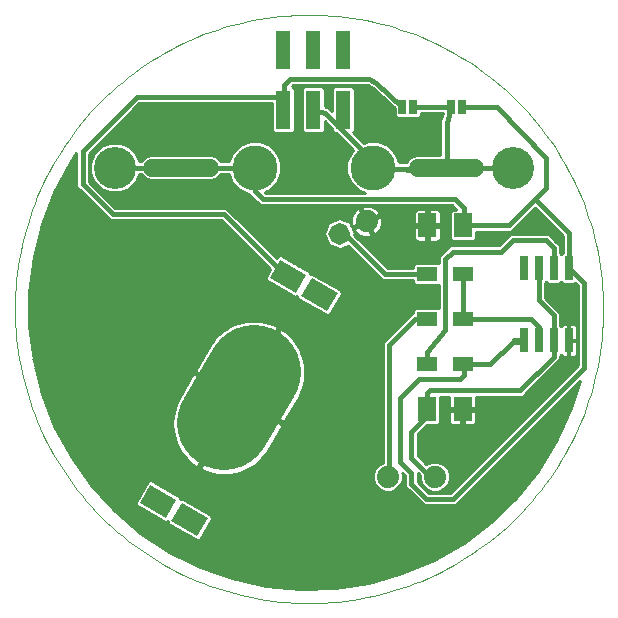
<source format=gbl>
G75*
%MOIN*%
%OFA0B0*%
%FSLAX25Y25*%
%IPPOS*%
%LPD*%
%AMOC8*
5,1,8,0,0,1.08239X$1,22.5*
%
%ADD10C,0.00197*%
%ADD11R,0.02600X0.08000*%
%ADD12C,0.07400*%
%ADD13C,0.01400*%
%ADD14R,0.07087X0.04724*%
%ADD15R,0.05906X0.07874*%
%ADD16R,0.10000X0.07000*%
%ADD17C,0.31496*%
%ADD18R,0.02500X0.05000*%
%ADD19C,0.15000*%
%ADD20C,0.14000*%
%ADD21C,0.05906*%
%ADD22C,0.01000*%
%ADD23R,0.05000X0.13000*%
%ADD24C,0.03962*%
%ADD25C,0.01600*%
D10*
X0003144Y0099925D02*
X0003174Y0102331D01*
X0003262Y0104735D01*
X0003410Y0107137D01*
X0003616Y0109534D01*
X0003881Y0111925D01*
X0004205Y0114309D01*
X0004587Y0116685D01*
X0005028Y0119050D01*
X0005526Y0121404D01*
X0006082Y0123745D01*
X0006695Y0126071D01*
X0007365Y0128382D01*
X0008092Y0130676D01*
X0008874Y0132951D01*
X0009713Y0135206D01*
X0010606Y0137440D01*
X0011554Y0139651D01*
X0012556Y0141839D01*
X0013611Y0144001D01*
X0014719Y0146136D01*
X0015880Y0148244D01*
X0017091Y0150323D01*
X0018353Y0152371D01*
X0019665Y0154388D01*
X0021026Y0156372D01*
X0022436Y0158322D01*
X0023893Y0160237D01*
X0025396Y0162115D01*
X0026945Y0163956D01*
X0028539Y0165759D01*
X0030176Y0167521D01*
X0031857Y0169243D01*
X0033579Y0170924D01*
X0035341Y0172561D01*
X0037144Y0174155D01*
X0038985Y0175704D01*
X0040863Y0177207D01*
X0042778Y0178664D01*
X0044728Y0180074D01*
X0046712Y0181435D01*
X0048729Y0182747D01*
X0050777Y0184009D01*
X0052856Y0185220D01*
X0054964Y0186381D01*
X0057099Y0187489D01*
X0059261Y0188544D01*
X0061449Y0189546D01*
X0063660Y0190494D01*
X0065894Y0191387D01*
X0068149Y0192226D01*
X0070424Y0193008D01*
X0072718Y0193735D01*
X0075029Y0194405D01*
X0077355Y0195018D01*
X0079696Y0195574D01*
X0082050Y0196072D01*
X0084415Y0196513D01*
X0086791Y0196895D01*
X0089175Y0197219D01*
X0091566Y0197484D01*
X0093963Y0197690D01*
X0096365Y0197838D01*
X0098769Y0197926D01*
X0101175Y0197956D01*
X0103581Y0197926D01*
X0105985Y0197838D01*
X0108387Y0197690D01*
X0110784Y0197484D01*
X0113175Y0197219D01*
X0115559Y0196895D01*
X0117935Y0196513D01*
X0120300Y0196072D01*
X0122654Y0195574D01*
X0124995Y0195018D01*
X0127321Y0194405D01*
X0129632Y0193735D01*
X0131926Y0193008D01*
X0134201Y0192226D01*
X0136456Y0191387D01*
X0138690Y0190494D01*
X0140901Y0189546D01*
X0143089Y0188544D01*
X0145251Y0187489D01*
X0147386Y0186381D01*
X0149494Y0185220D01*
X0151573Y0184009D01*
X0153621Y0182747D01*
X0155638Y0181435D01*
X0157622Y0180074D01*
X0159572Y0178664D01*
X0161487Y0177207D01*
X0163365Y0175704D01*
X0165206Y0174155D01*
X0167009Y0172561D01*
X0168771Y0170924D01*
X0170493Y0169243D01*
X0172174Y0167521D01*
X0173811Y0165759D01*
X0175405Y0163956D01*
X0176954Y0162115D01*
X0178457Y0160237D01*
X0179914Y0158322D01*
X0181324Y0156372D01*
X0182685Y0154388D01*
X0183997Y0152371D01*
X0185259Y0150323D01*
X0186470Y0148244D01*
X0187631Y0146136D01*
X0188739Y0144001D01*
X0189794Y0141839D01*
X0190796Y0139651D01*
X0191744Y0137440D01*
X0192637Y0135206D01*
X0193476Y0132951D01*
X0194258Y0130676D01*
X0194985Y0128382D01*
X0195655Y0126071D01*
X0196268Y0123745D01*
X0196824Y0121404D01*
X0197322Y0119050D01*
X0197763Y0116685D01*
X0198145Y0114309D01*
X0198469Y0111925D01*
X0198734Y0109534D01*
X0198940Y0107137D01*
X0199088Y0104735D01*
X0199176Y0102331D01*
X0199206Y0099925D01*
X0199176Y0097519D01*
X0199088Y0095115D01*
X0198940Y0092713D01*
X0198734Y0090316D01*
X0198469Y0087925D01*
X0198145Y0085541D01*
X0197763Y0083165D01*
X0197322Y0080800D01*
X0196824Y0078446D01*
X0196268Y0076105D01*
X0195655Y0073779D01*
X0194985Y0071468D01*
X0194258Y0069174D01*
X0193476Y0066899D01*
X0192637Y0064644D01*
X0191744Y0062410D01*
X0190796Y0060199D01*
X0189794Y0058011D01*
X0188739Y0055849D01*
X0187631Y0053714D01*
X0186470Y0051606D01*
X0185259Y0049527D01*
X0183997Y0047479D01*
X0182685Y0045462D01*
X0181324Y0043478D01*
X0179914Y0041528D01*
X0178457Y0039613D01*
X0176954Y0037735D01*
X0175405Y0035894D01*
X0173811Y0034091D01*
X0172174Y0032329D01*
X0170493Y0030607D01*
X0168771Y0028926D01*
X0167009Y0027289D01*
X0165206Y0025695D01*
X0163365Y0024146D01*
X0161487Y0022643D01*
X0159572Y0021186D01*
X0157622Y0019776D01*
X0155638Y0018415D01*
X0153621Y0017103D01*
X0151573Y0015841D01*
X0149494Y0014630D01*
X0147386Y0013469D01*
X0145251Y0012361D01*
X0143089Y0011306D01*
X0140901Y0010304D01*
X0138690Y0009356D01*
X0136456Y0008463D01*
X0134201Y0007624D01*
X0131926Y0006842D01*
X0129632Y0006115D01*
X0127321Y0005445D01*
X0124995Y0004832D01*
X0122654Y0004276D01*
X0120300Y0003778D01*
X0117935Y0003337D01*
X0115559Y0002955D01*
X0113175Y0002631D01*
X0110784Y0002366D01*
X0108387Y0002160D01*
X0105985Y0002012D01*
X0103581Y0001924D01*
X0101175Y0001894D01*
X0098769Y0001924D01*
X0096365Y0002012D01*
X0093963Y0002160D01*
X0091566Y0002366D01*
X0089175Y0002631D01*
X0086791Y0002955D01*
X0084415Y0003337D01*
X0082050Y0003778D01*
X0079696Y0004276D01*
X0077355Y0004832D01*
X0075029Y0005445D01*
X0072718Y0006115D01*
X0070424Y0006842D01*
X0068149Y0007624D01*
X0065894Y0008463D01*
X0063660Y0009356D01*
X0061449Y0010304D01*
X0059261Y0011306D01*
X0057099Y0012361D01*
X0054964Y0013469D01*
X0052856Y0014630D01*
X0050777Y0015841D01*
X0048729Y0017103D01*
X0046712Y0018415D01*
X0044728Y0019776D01*
X0042778Y0021186D01*
X0040863Y0022643D01*
X0038985Y0024146D01*
X0037144Y0025695D01*
X0035341Y0027289D01*
X0033579Y0028926D01*
X0031857Y0030607D01*
X0030176Y0032329D01*
X0028539Y0034091D01*
X0026945Y0035894D01*
X0025396Y0037735D01*
X0023893Y0039613D01*
X0022436Y0041528D01*
X0021026Y0043478D01*
X0019665Y0045462D01*
X0018353Y0047479D01*
X0017091Y0049527D01*
X0015880Y0051606D01*
X0014719Y0053714D01*
X0013611Y0055849D01*
X0012556Y0058011D01*
X0011554Y0060199D01*
X0010606Y0062410D01*
X0009713Y0064644D01*
X0008874Y0066899D01*
X0008092Y0069174D01*
X0007365Y0071468D01*
X0006695Y0073779D01*
X0006082Y0076105D01*
X0005526Y0078446D01*
X0005028Y0080800D01*
X0004587Y0083165D01*
X0004205Y0085541D01*
X0003881Y0087925D01*
X0003616Y0090316D01*
X0003410Y0092713D01*
X0003262Y0095115D01*
X0003174Y0097519D01*
X0003144Y0099925D01*
D11*
X0172750Y0089400D03*
X0177750Y0089400D03*
X0182750Y0089400D03*
X0187750Y0089400D03*
X0187750Y0113600D03*
X0182750Y0113600D03*
X0177750Y0113600D03*
X0172750Y0113600D03*
D12*
X0120335Y0129097D03*
X0127376Y0044000D03*
X0143124Y0044000D03*
D13*
X0113556Y0124367D02*
X0114256Y0125067D01*
X0113440Y0122895D01*
X0111329Y0121938D01*
X0109157Y0122754D01*
X0108200Y0124865D01*
X0109016Y0127037D01*
X0111127Y0127994D01*
X0113299Y0127178D01*
X0114256Y0125067D01*
X0113120Y0125029D01*
X0112610Y0123672D01*
X0111291Y0123074D01*
X0109934Y0123584D01*
X0109336Y0124903D01*
X0109846Y0126260D01*
X0111165Y0126858D01*
X0112522Y0126348D01*
X0113120Y0125029D01*
X0111984Y0124991D01*
X0111780Y0124448D01*
X0111253Y0124210D01*
X0110710Y0124414D01*
X0110472Y0124941D01*
X0110676Y0125484D01*
X0111203Y0125722D01*
X0111746Y0125518D01*
X0111984Y0124991D01*
D14*
X0140598Y0111500D03*
X0152402Y0111500D03*
X0152402Y0096500D03*
X0140598Y0096500D03*
X0140598Y0081500D03*
X0152402Y0081500D03*
D15*
X0152406Y0066500D03*
X0140594Y0066500D03*
X0140594Y0127750D03*
X0152406Y0127750D03*
D16*
G36*
X0102108Y0110235D02*
X0110768Y0105235D01*
X0107268Y0099173D01*
X0098608Y0104173D01*
X0102108Y0110235D01*
G37*
G36*
X0091539Y0116337D02*
X0100199Y0111337D01*
X0096699Y0105275D01*
X0088039Y0110275D01*
X0091539Y0116337D01*
G37*
G36*
X0048232Y0041327D02*
X0056892Y0036327D01*
X0053392Y0030265D01*
X0044732Y0035265D01*
X0048232Y0041327D01*
G37*
G36*
X0058801Y0035225D02*
X0067461Y0030225D01*
X0063961Y0024163D01*
X0055301Y0029163D01*
X0058801Y0035225D01*
G37*
D17*
X0072829Y0061727D02*
X0082671Y0078773D01*
D18*
X0132228Y0167376D03*
X0135772Y0167376D03*
X0148478Y0167376D03*
X0152022Y0167376D03*
D19*
X0122435Y0147031D03*
X0083065Y0147031D03*
D20*
X0036352Y0147031D03*
X0169148Y0147031D03*
D21*
X0156588Y0147031D02*
X0137494Y0147031D01*
X0068006Y0147031D02*
X0048912Y0147031D01*
D22*
X0028383Y0041350D02*
X0036133Y0032848D01*
X0044869Y0025364D01*
X0054459Y0019010D01*
X0064756Y0013882D01*
X0075606Y0010059D01*
X0086843Y0007598D01*
X0098298Y0006536D01*
X0109796Y0006891D01*
X0121164Y0008655D01*
X0132228Y0011803D01*
X0142822Y0016287D01*
X0152784Y0022039D01*
X0161964Y0028972D01*
X0170223Y0036980D01*
X0170223Y0036980D01*
X0177435Y0045942D01*
X0183491Y0055723D01*
X0188299Y0066173D01*
X0191404Y0075934D01*
X0151100Y0035630D01*
X0149870Y0034400D01*
X0139380Y0034400D01*
X0134380Y0039400D01*
X0133150Y0040630D01*
X0133150Y0044380D01*
X0132263Y0045267D01*
X0132376Y0044995D01*
X0132376Y0043005D01*
X0131615Y0041168D01*
X0130208Y0039761D01*
X0128371Y0039000D01*
X0126381Y0039000D01*
X0124544Y0039761D01*
X0123137Y0041168D01*
X0122376Y0043005D01*
X0122376Y0044995D01*
X0123137Y0046832D01*
X0124544Y0048239D01*
X0125650Y0048697D01*
X0125650Y0088620D01*
X0126880Y0089850D01*
X0135630Y0098600D01*
X0135755Y0098600D01*
X0135755Y0099401D01*
X0136517Y0100162D01*
X0144400Y0100162D01*
X0144400Y0107838D01*
X0136517Y0107838D01*
X0135755Y0108599D01*
X0135755Y0109400D01*
X0125630Y0109400D01*
X0124400Y0110630D01*
X0114053Y0120977D01*
X0111400Y0119773D01*
X0107678Y0121172D01*
X0106035Y0124794D01*
X0107435Y0128516D01*
X0111056Y0130159D01*
X0114778Y0128759D01*
X0116421Y0125138D01*
X0116260Y0124710D01*
X0127370Y0113600D01*
X0135755Y0113600D01*
X0135755Y0114401D01*
X0136517Y0115162D01*
X0144400Y0115162D01*
X0144400Y0117370D01*
X0146900Y0119870D01*
X0148130Y0121100D01*
X0164380Y0121100D01*
X0166900Y0123620D01*
X0168130Y0124850D01*
X0181120Y0124850D01*
X0183620Y0122350D01*
X0184850Y0121120D01*
X0184850Y0118638D01*
X0185250Y0118238D01*
X0185650Y0118638D01*
X0185650Y0124380D01*
X0176500Y0133530D01*
X0168620Y0125650D01*
X0156658Y0125650D01*
X0156658Y0123275D01*
X0155897Y0122513D01*
X0148914Y0122513D01*
X0148153Y0123275D01*
X0148153Y0132225D01*
X0148914Y0132987D01*
X0150293Y0132987D01*
X0148880Y0134400D01*
X0084880Y0134400D01*
X0083650Y0135630D01*
X0080965Y0138315D01*
X0080965Y0138376D01*
X0078080Y0139571D01*
X0075605Y0142047D01*
X0074410Y0144931D01*
X0071739Y0144931D01*
X0071611Y0144623D01*
X0070415Y0143426D01*
X0068852Y0142779D01*
X0048065Y0142779D01*
X0046502Y0143426D01*
X0045306Y0144623D01*
X0045178Y0144931D01*
X0044466Y0144931D01*
X0043389Y0142330D01*
X0041054Y0139995D01*
X0038003Y0138731D01*
X0034701Y0138731D01*
X0031651Y0139995D01*
X0029316Y0142330D01*
X0028052Y0145381D01*
X0028052Y0148682D01*
X0029316Y0151733D01*
X0031651Y0154068D01*
X0034701Y0155331D01*
X0038003Y0155331D01*
X0041054Y0154068D01*
X0043389Y0151733D01*
X0044466Y0149131D01*
X0045178Y0149131D01*
X0045306Y0149440D01*
X0046502Y0150637D01*
X0048065Y0151284D01*
X0068852Y0151284D01*
X0070415Y0150637D01*
X0071611Y0149440D01*
X0071739Y0149131D01*
X0074410Y0149131D01*
X0075605Y0152016D01*
X0078080Y0154492D01*
X0081315Y0155831D01*
X0084815Y0155831D01*
X0088050Y0154492D01*
X0090525Y0152016D01*
X0091865Y0148782D01*
X0091865Y0145281D01*
X0090525Y0142047D01*
X0088050Y0139571D01*
X0086352Y0138868D01*
X0086620Y0138600D01*
X0119795Y0138600D01*
X0117450Y0139571D01*
X0114975Y0142047D01*
X0113635Y0145281D01*
X0113635Y0148782D01*
X0114975Y0152016D01*
X0115869Y0152911D01*
X0110267Y0158513D01*
X0109525Y0158513D01*
X0108763Y0159275D01*
X0108763Y0160017D01*
X0106363Y0162417D01*
X0106363Y0159275D01*
X0105601Y0158513D01*
X0099525Y0158513D01*
X0098763Y0159275D01*
X0098763Y0173351D01*
X0099525Y0174113D01*
X0105601Y0174113D01*
X0106363Y0173351D01*
X0106363Y0167462D01*
X0106779Y0167350D01*
X0107370Y0167350D01*
X0107589Y0167131D01*
X0107887Y0167051D01*
X0108182Y0166538D01*
X0108763Y0165957D01*
X0108763Y0173351D01*
X0109525Y0174113D01*
X0115601Y0174113D01*
X0116363Y0173351D01*
X0116363Y0159275D01*
X0115904Y0158816D01*
X0119414Y0155305D01*
X0120685Y0155831D01*
X0124185Y0155831D01*
X0127420Y0154492D01*
X0129895Y0152016D01*
X0131214Y0148831D01*
X0133637Y0148831D01*
X0133889Y0149440D01*
X0135085Y0150637D01*
X0136648Y0151284D01*
X0144941Y0151284D01*
X0144941Y0161439D01*
X0144788Y0161704D01*
X0144941Y0162278D01*
X0144941Y0162872D01*
X0145158Y0163089D01*
X0145743Y0165276D01*
X0138322Y0165276D01*
X0138322Y0164338D01*
X0137560Y0163576D01*
X0130440Y0163576D01*
X0129678Y0164338D01*
X0129678Y0166854D01*
X0122306Y0173541D01*
X0120692Y0174463D01*
X0095730Y0174463D01*
X0095380Y0174113D01*
X0095601Y0174113D01*
X0096363Y0173351D01*
X0096363Y0159275D01*
X0095601Y0158513D01*
X0089525Y0158513D01*
X0088763Y0159275D01*
X0088763Y0168400D01*
X0044541Y0168400D01*
X0027787Y0151646D01*
X0027787Y0142386D01*
X0036573Y0133600D01*
X0073620Y0133600D01*
X0074850Y0132370D01*
X0090347Y0116873D01*
X0090682Y0117454D01*
X0091722Y0117732D01*
X0101315Y0112194D01*
X0101522Y0111424D01*
X0102292Y0111630D01*
X0111885Y0106092D01*
X0112164Y0105051D01*
X0108125Y0098056D01*
X0107085Y0097778D01*
X0097492Y0103316D01*
X0097286Y0104086D01*
X0096515Y0103880D01*
X0086922Y0109419D01*
X0086644Y0110459D01*
X0088173Y0113107D01*
X0071880Y0129400D01*
X0034833Y0129400D01*
X0024817Y0139416D01*
X0023587Y0140646D01*
X0023587Y0151725D01*
X0021737Y0149111D01*
X0016294Y0138977D01*
X0012139Y0128250D01*
X0009333Y0117093D01*
X0007919Y0105677D01*
X0007919Y0094173D01*
X0009333Y0082757D01*
X0012139Y0071601D01*
X0016294Y0060874D01*
X0021737Y0050739D01*
X0028383Y0041350D01*
X0028319Y0041440D02*
X0046796Y0041440D01*
X0046219Y0040442D02*
X0029211Y0040442D01*
X0030121Y0039443D02*
X0045643Y0039443D01*
X0045066Y0038445D02*
X0031031Y0038445D01*
X0031942Y0037446D02*
X0044490Y0037446D01*
X0043913Y0036448D02*
X0032852Y0036448D01*
X0033762Y0035449D02*
X0043337Y0035449D01*
X0043336Y0035449D02*
X0043615Y0034408D01*
X0053208Y0028870D01*
X0053978Y0029076D01*
X0054185Y0028306D01*
X0063778Y0022768D01*
X0064818Y0023046D01*
X0068856Y0030041D01*
X0068578Y0031081D01*
X0058985Y0036620D01*
X0058214Y0036414D01*
X0058008Y0037184D01*
X0048415Y0042722D01*
X0047375Y0042444D01*
X0043336Y0035449D01*
X0043604Y0034451D02*
X0034672Y0034451D01*
X0035583Y0033452D02*
X0045271Y0033452D01*
X0047001Y0032454D02*
X0036594Y0032454D01*
X0037759Y0031455D02*
X0048730Y0031455D01*
X0050460Y0030457D02*
X0038925Y0030457D01*
X0040090Y0029458D02*
X0052189Y0029458D01*
X0054144Y0028460D02*
X0041256Y0028460D01*
X0042421Y0027461D02*
X0055648Y0027461D01*
X0057378Y0026463D02*
X0043587Y0026463D01*
X0044752Y0025464D02*
X0059107Y0025464D01*
X0060836Y0024466D02*
X0046225Y0024466D01*
X0047732Y0023467D02*
X0062566Y0023467D01*
X0065061Y0023467D02*
X0154675Y0023467D01*
X0153353Y0022469D02*
X0049239Y0022469D01*
X0050745Y0021470D02*
X0151799Y0021470D01*
X0150069Y0020472D02*
X0052252Y0020472D01*
X0053759Y0019473D02*
X0148340Y0019473D01*
X0146611Y0018475D02*
X0055533Y0018475D01*
X0057539Y0017476D02*
X0144881Y0017476D01*
X0143152Y0016478D02*
X0059544Y0016478D01*
X0061549Y0015479D02*
X0140913Y0015479D01*
X0138553Y0014481D02*
X0063554Y0014481D01*
X0065891Y0013482D02*
X0136194Y0013482D01*
X0133835Y0012484D02*
X0068725Y0012484D01*
X0071559Y0011485D02*
X0131110Y0011485D01*
X0127600Y0010487D02*
X0074392Y0010487D01*
X0078212Y0009488D02*
X0124091Y0009488D01*
X0120096Y0008490D02*
X0082772Y0008490D01*
X0087996Y0007491D02*
X0113664Y0007491D01*
X0139329Y0034451D02*
X0062742Y0034451D01*
X0064471Y0033452D02*
X0166585Y0033452D01*
X0165556Y0032454D02*
X0066201Y0032454D01*
X0067930Y0031455D02*
X0164526Y0031455D01*
X0163496Y0030457D02*
X0068745Y0030457D01*
X0068520Y0029458D02*
X0162466Y0029458D01*
X0161287Y0028460D02*
X0067943Y0028460D01*
X0067367Y0027461D02*
X0159964Y0027461D01*
X0158642Y0026463D02*
X0066790Y0026463D01*
X0066214Y0025464D02*
X0157320Y0025464D01*
X0155998Y0024466D02*
X0065637Y0024466D01*
X0061012Y0035449D02*
X0138331Y0035449D01*
X0137332Y0036448D02*
X0059283Y0036448D01*
X0058343Y0036448D02*
X0058205Y0036448D01*
X0057553Y0037446D02*
X0136334Y0037446D01*
X0135335Y0038445D02*
X0055824Y0038445D01*
X0054094Y0039443D02*
X0125311Y0039443D01*
X0123863Y0040442D02*
X0052365Y0040442D01*
X0050635Y0041440D02*
X0123024Y0041440D01*
X0122611Y0042439D02*
X0048906Y0042439D01*
X0047372Y0042439D02*
X0027612Y0042439D01*
X0026905Y0043437D02*
X0122376Y0043437D01*
X0122376Y0044436D02*
X0026199Y0044436D01*
X0025492Y0045434D02*
X0067160Y0045434D01*
X0067637Y0045261D02*
X0069092Y0044871D01*
X0070575Y0044609D01*
X0072076Y0044478D01*
X0073582Y0044478D01*
X0075082Y0044609D01*
X0076565Y0044871D01*
X0078020Y0045261D01*
X0079436Y0045776D01*
X0080801Y0046412D01*
X0082105Y0047165D01*
X0083339Y0048029D01*
X0084492Y0048997D01*
X0085557Y0050062D01*
X0086526Y0051216D01*
X0087389Y0052450D01*
X0092437Y0061193D01*
X0077933Y0069567D01*
X0064638Y0046539D01*
X0064857Y0046412D01*
X0066222Y0045776D01*
X0067637Y0045261D01*
X0065153Y0047432D02*
X0063998Y0047432D01*
X0063772Y0047039D02*
X0077067Y0070067D01*
X0062563Y0078441D01*
X0057515Y0069698D01*
X0056878Y0068333D01*
X0056363Y0066918D01*
X0055974Y0065463D01*
X0055712Y0063980D01*
X0055581Y0062479D01*
X0055581Y0060973D01*
X0055712Y0059473D01*
X0055974Y0057989D01*
X0056363Y0056535D01*
X0056878Y0055119D01*
X0057515Y0053754D01*
X0058268Y0052450D01*
X0059132Y0051216D01*
X0060100Y0050062D01*
X0061165Y0048997D01*
X0062319Y0048029D01*
X0063553Y0047165D01*
X0063772Y0047039D01*
X0063173Y0047432D02*
X0024078Y0047432D01*
X0023371Y0048430D02*
X0061841Y0048430D01*
X0060734Y0049429D02*
X0022664Y0049429D01*
X0021958Y0050427D02*
X0059794Y0050427D01*
X0058985Y0051426D02*
X0021368Y0051426D01*
X0020832Y0052424D02*
X0058286Y0052424D01*
X0057706Y0053423D02*
X0020296Y0053423D01*
X0019760Y0054421D02*
X0057204Y0054421D01*
X0056769Y0055420D02*
X0019223Y0055420D01*
X0018687Y0056418D02*
X0056406Y0056418D01*
X0056127Y0057417D02*
X0018151Y0057417D01*
X0017615Y0058415D02*
X0055898Y0058415D01*
X0055722Y0059414D02*
X0017079Y0059414D01*
X0016542Y0060412D02*
X0055630Y0060412D01*
X0055581Y0061411D02*
X0016087Y0061411D01*
X0015700Y0062409D02*
X0055581Y0062409D01*
X0055662Y0063408D02*
X0015313Y0063408D01*
X0014926Y0064406D02*
X0055787Y0064406D01*
X0055963Y0065405D02*
X0014539Y0065405D01*
X0014152Y0066403D02*
X0056225Y0066403D01*
X0056540Y0067402D02*
X0013766Y0067402D01*
X0013379Y0068400D02*
X0056910Y0068400D01*
X0057375Y0069399D02*
X0012992Y0069399D01*
X0012605Y0070397D02*
X0057919Y0070397D01*
X0058495Y0071396D02*
X0012218Y0071396D01*
X0011939Y0072394D02*
X0059072Y0072394D01*
X0059648Y0073393D02*
X0011688Y0073393D01*
X0011437Y0074391D02*
X0060225Y0074391D01*
X0060801Y0075390D02*
X0011186Y0075390D01*
X0010935Y0076388D02*
X0061378Y0076388D01*
X0061954Y0077387D02*
X0010684Y0077387D01*
X0010432Y0078385D02*
X0062531Y0078385D01*
X0062659Y0078385D02*
X0064659Y0078385D01*
X0064389Y0077387D02*
X0066389Y0077387D01*
X0066118Y0076388D02*
X0068118Y0076388D01*
X0067848Y0075390D02*
X0069847Y0075390D01*
X0069577Y0074391D02*
X0071577Y0074391D01*
X0071307Y0073393D02*
X0073306Y0073393D01*
X0073036Y0072394D02*
X0075036Y0072394D01*
X0074765Y0071396D02*
X0076765Y0071396D01*
X0077567Y0070933D02*
X0077067Y0070067D01*
X0077933Y0069567D01*
X0078433Y0070433D01*
X0092937Y0062059D01*
X0097985Y0070802D01*
X0098622Y0072167D01*
X0099137Y0073582D01*
X0099526Y0075037D01*
X0099788Y0076520D01*
X0099919Y0078021D01*
X0099919Y0079527D01*
X0099788Y0081027D01*
X0099526Y0082511D01*
X0099137Y0083965D01*
X0098622Y0085381D01*
X0097985Y0086746D01*
X0097232Y0088050D01*
X0096368Y0089284D01*
X0095400Y0090438D01*
X0094335Y0091503D01*
X0093181Y0092471D01*
X0091947Y0093335D01*
X0091728Y0093461D01*
X0078433Y0070433D01*
X0077567Y0070933D01*
X0090862Y0093961D01*
X0090643Y0094088D01*
X0089278Y0094724D01*
X0087863Y0095239D01*
X0086408Y0095629D01*
X0084925Y0095891D01*
X0083424Y0096022D01*
X0081918Y0096022D01*
X0080418Y0095891D01*
X0078935Y0095629D01*
X0077480Y0095239D01*
X0076064Y0094724D01*
X0074699Y0094088D01*
X0073395Y0093335D01*
X0072161Y0092471D01*
X0071008Y0091503D01*
X0069943Y0090438D01*
X0068974Y0089284D01*
X0068111Y0088050D01*
X0063063Y0079307D01*
X0077567Y0070933D01*
X0077834Y0071396D02*
X0078989Y0071396D01*
X0078495Y0070397D02*
X0078412Y0070397D01*
X0078224Y0069399D02*
X0080224Y0069399D01*
X0079954Y0068400D02*
X0081954Y0068400D01*
X0081683Y0067402D02*
X0083683Y0067402D01*
X0083413Y0066403D02*
X0085413Y0066403D01*
X0085142Y0065405D02*
X0087142Y0065405D01*
X0086872Y0064406D02*
X0088872Y0064406D01*
X0088601Y0063408D02*
X0090601Y0063408D01*
X0090331Y0062409D02*
X0092331Y0062409D01*
X0093139Y0062409D02*
X0125650Y0062409D01*
X0125650Y0061411D02*
X0092060Y0061411D01*
X0091986Y0060412D02*
X0125650Y0060412D01*
X0125650Y0059414D02*
X0091410Y0059414D01*
X0090833Y0058415D02*
X0125650Y0058415D01*
X0125650Y0057417D02*
X0090257Y0057417D01*
X0089680Y0056418D02*
X0125650Y0056418D01*
X0125650Y0055420D02*
X0089104Y0055420D01*
X0088527Y0054421D02*
X0125650Y0054421D01*
X0125650Y0053423D02*
X0087951Y0053423D01*
X0087371Y0052424D02*
X0125650Y0052424D01*
X0125650Y0051426D02*
X0086672Y0051426D01*
X0085863Y0050427D02*
X0125650Y0050427D01*
X0125650Y0049429D02*
X0084924Y0049429D01*
X0083816Y0048430D02*
X0125005Y0048430D01*
X0123736Y0047432D02*
X0082485Y0047432D01*
X0080836Y0046433D02*
X0122972Y0046433D01*
X0122558Y0045434D02*
X0078498Y0045434D01*
X0069188Y0054421D02*
X0068034Y0054421D01*
X0067457Y0053423D02*
X0068612Y0053423D01*
X0068036Y0052424D02*
X0066881Y0052424D01*
X0066304Y0051426D02*
X0067459Y0051426D01*
X0066883Y0050427D02*
X0065728Y0050427D01*
X0065151Y0049429D02*
X0066306Y0049429D01*
X0065730Y0048430D02*
X0064575Y0048430D01*
X0064821Y0046433D02*
X0024785Y0046433D01*
X0010181Y0079384D02*
X0063107Y0079384D01*
X0063684Y0080382D02*
X0009930Y0080382D01*
X0009679Y0081381D02*
X0064260Y0081381D01*
X0064837Y0082379D02*
X0009428Y0082379D01*
X0009256Y0083378D02*
X0065413Y0083378D01*
X0065990Y0084376D02*
X0009132Y0084376D01*
X0009009Y0085375D02*
X0066566Y0085375D01*
X0067143Y0086373D02*
X0008885Y0086373D01*
X0008762Y0087372D02*
X0067719Y0087372D01*
X0068335Y0088370D02*
X0008638Y0088370D01*
X0008514Y0089369D02*
X0069046Y0089369D01*
X0069884Y0090368D02*
X0008391Y0090368D01*
X0008267Y0091366D02*
X0070871Y0091366D01*
X0072035Y0092365D02*
X0008143Y0092365D01*
X0008020Y0093363D02*
X0073444Y0093363D01*
X0075287Y0094362D02*
X0007919Y0094362D01*
X0007919Y0095360D02*
X0077931Y0095360D01*
X0087058Y0087372D02*
X0088213Y0087372D01*
X0088789Y0088370D02*
X0087635Y0088370D01*
X0088211Y0089369D02*
X0089366Y0089369D01*
X0089942Y0090368D02*
X0088788Y0090368D01*
X0089364Y0091366D02*
X0090519Y0091366D01*
X0091095Y0092365D02*
X0089940Y0092365D01*
X0090517Y0093363D02*
X0091672Y0093363D01*
X0091898Y0093363D02*
X0130393Y0093363D01*
X0129395Y0092365D02*
X0093308Y0092365D01*
X0094471Y0091366D02*
X0128396Y0091366D01*
X0127398Y0090368D02*
X0095459Y0090368D01*
X0096297Y0089369D02*
X0126399Y0089369D01*
X0125650Y0088370D02*
X0097008Y0088370D01*
X0097623Y0087372D02*
X0125650Y0087372D01*
X0125650Y0086373D02*
X0098159Y0086373D01*
X0098624Y0085375D02*
X0125650Y0085375D01*
X0125650Y0084376D02*
X0098987Y0084376D01*
X0099294Y0083378D02*
X0125650Y0083378D01*
X0125650Y0082379D02*
X0099550Y0082379D01*
X0099726Y0081381D02*
X0125650Y0081381D01*
X0125650Y0080382D02*
X0099844Y0080382D01*
X0099919Y0079384D02*
X0125650Y0079384D01*
X0125650Y0078385D02*
X0099919Y0078385D01*
X0099864Y0077387D02*
X0125650Y0077387D01*
X0125650Y0076388D02*
X0099765Y0076388D01*
X0099589Y0075390D02*
X0125650Y0075390D01*
X0125650Y0074391D02*
X0099353Y0074391D01*
X0099068Y0073393D02*
X0125650Y0073393D01*
X0125650Y0072394D02*
X0098704Y0072394D01*
X0098262Y0071396D02*
X0125650Y0071396D01*
X0125650Y0070397D02*
X0097751Y0070397D01*
X0097175Y0069399D02*
X0125650Y0069399D01*
X0125650Y0068400D02*
X0096598Y0068400D01*
X0096022Y0067402D02*
X0125650Y0067402D01*
X0125650Y0066403D02*
X0095445Y0066403D01*
X0094869Y0065405D02*
X0125650Y0065405D01*
X0125650Y0064406D02*
X0094292Y0064406D01*
X0093716Y0063408D02*
X0125650Y0063408D01*
X0137350Y0058130D02*
X0137350Y0051120D01*
X0140261Y0048208D01*
X0140292Y0048239D01*
X0142129Y0049000D01*
X0144119Y0049000D01*
X0145956Y0048239D01*
X0147363Y0046832D01*
X0148124Y0044995D01*
X0148124Y0043005D01*
X0147363Y0041168D01*
X0145956Y0039761D01*
X0144119Y0039000D01*
X0142129Y0039000D01*
X0140292Y0039761D01*
X0138885Y0041168D01*
X0138124Y0043005D01*
X0138124Y0044406D01*
X0137350Y0045180D01*
X0137350Y0042370D01*
X0141120Y0038600D01*
X0148130Y0038600D01*
X0190650Y0081120D01*
X0190650Y0107730D01*
X0189834Y0108546D01*
X0189588Y0108300D01*
X0185912Y0108300D01*
X0185250Y0108962D01*
X0184588Y0108300D01*
X0180912Y0108300D01*
X0180250Y0108962D01*
X0179850Y0108562D01*
X0179850Y0103620D01*
X0184850Y0098620D01*
X0184850Y0094438D01*
X0185146Y0094142D01*
X0185250Y0094321D01*
X0185529Y0094600D01*
X0185871Y0094798D01*
X0186253Y0094900D01*
X0187600Y0094900D01*
X0187600Y0089550D01*
X0187900Y0089550D01*
X0187900Y0094900D01*
X0189247Y0094900D01*
X0189629Y0094798D01*
X0189971Y0094600D01*
X0190250Y0094321D01*
X0190448Y0093979D01*
X0190550Y0093597D01*
X0190550Y0089550D01*
X0187900Y0089550D01*
X0187900Y0089250D01*
X0190550Y0089250D01*
X0190550Y0085203D01*
X0190448Y0084821D01*
X0190250Y0084479D01*
X0189971Y0084200D01*
X0189629Y0084002D01*
X0189247Y0083900D01*
X0187900Y0083900D01*
X0187900Y0089250D01*
X0187600Y0089250D01*
X0187600Y0083900D01*
X0186253Y0083900D01*
X0185871Y0084002D01*
X0185529Y0084200D01*
X0185250Y0084479D01*
X0185146Y0084658D01*
X0184850Y0084362D01*
X0184850Y0083130D01*
X0173600Y0071880D01*
X0172370Y0070650D01*
X0156854Y0070650D01*
X0156858Y0070634D01*
X0156858Y0067000D01*
X0152906Y0067000D01*
X0152906Y0066000D01*
X0156858Y0066000D01*
X0156858Y0062366D01*
X0156756Y0061984D01*
X0156559Y0061642D01*
X0156279Y0061363D01*
X0155937Y0061165D01*
X0155556Y0061063D01*
X0152905Y0061063D01*
X0152905Y0066000D01*
X0151906Y0066000D01*
X0151906Y0061063D01*
X0149255Y0061063D01*
X0148874Y0061165D01*
X0148532Y0061363D01*
X0148252Y0061642D01*
X0148055Y0061984D01*
X0147953Y0062366D01*
X0147953Y0066000D01*
X0151905Y0066000D01*
X0151905Y0067000D01*
X0147953Y0067000D01*
X0147953Y0070634D01*
X0147957Y0070650D01*
X0144847Y0070650D01*
X0144847Y0062025D01*
X0144086Y0061263D01*
X0140483Y0061263D01*
X0137350Y0058130D01*
X0137635Y0058415D02*
X0167945Y0058415D01*
X0166947Y0057417D02*
X0137350Y0057417D01*
X0137350Y0056418D02*
X0165948Y0056418D01*
X0164950Y0055420D02*
X0137350Y0055420D01*
X0137350Y0054421D02*
X0163951Y0054421D01*
X0162953Y0053423D02*
X0137350Y0053423D01*
X0137350Y0052424D02*
X0161954Y0052424D01*
X0160956Y0051426D02*
X0137350Y0051426D01*
X0138043Y0050427D02*
X0159957Y0050427D01*
X0158959Y0049429D02*
X0139041Y0049429D01*
X0140040Y0048430D02*
X0140753Y0048430D01*
X0145495Y0048430D02*
X0157960Y0048430D01*
X0156962Y0047432D02*
X0146764Y0047432D01*
X0147528Y0046433D02*
X0155963Y0046433D01*
X0154965Y0045434D02*
X0147942Y0045434D01*
X0148124Y0044436D02*
X0153966Y0044436D01*
X0152968Y0043437D02*
X0148124Y0043437D01*
X0147889Y0042439D02*
X0151969Y0042439D01*
X0150971Y0041440D02*
X0147476Y0041440D01*
X0146637Y0040442D02*
X0149972Y0040442D01*
X0148974Y0039443D02*
X0145189Y0039443D01*
X0141059Y0039443D02*
X0140276Y0039443D01*
X0139611Y0040442D02*
X0139278Y0040442D01*
X0138772Y0041440D02*
X0138279Y0041440D01*
X0138359Y0042439D02*
X0137350Y0042439D01*
X0137350Y0043437D02*
X0138124Y0043437D01*
X0138094Y0044436D02*
X0137350Y0044436D01*
X0133094Y0044436D02*
X0132376Y0044436D01*
X0132376Y0043437D02*
X0133150Y0043437D01*
X0133150Y0042439D02*
X0132141Y0042439D01*
X0131728Y0041440D02*
X0133150Y0041440D01*
X0133338Y0040442D02*
X0130889Y0040442D01*
X0129441Y0039443D02*
X0134337Y0039443D01*
X0149921Y0034451D02*
X0167615Y0034451D01*
X0168645Y0035449D02*
X0150919Y0035449D01*
X0151918Y0036448D02*
X0169675Y0036448D01*
X0170599Y0037446D02*
X0152916Y0037446D01*
X0153915Y0038445D02*
X0171402Y0038445D01*
X0172206Y0039443D02*
X0154913Y0039443D01*
X0155912Y0040442D02*
X0173009Y0040442D01*
X0173813Y0041440D02*
X0156910Y0041440D01*
X0157909Y0042439D02*
X0174616Y0042439D01*
X0175420Y0043437D02*
X0158907Y0043437D01*
X0159906Y0044436D02*
X0176223Y0044436D01*
X0177027Y0045434D02*
X0160904Y0045434D01*
X0161903Y0046433D02*
X0177739Y0046433D01*
X0178357Y0047432D02*
X0162901Y0047432D01*
X0163900Y0048430D02*
X0178976Y0048430D01*
X0179594Y0049429D02*
X0164898Y0049429D01*
X0165897Y0050427D02*
X0180212Y0050427D01*
X0180830Y0051426D02*
X0166895Y0051426D01*
X0167894Y0052424D02*
X0181449Y0052424D01*
X0182067Y0053423D02*
X0168892Y0053423D01*
X0169891Y0054421D02*
X0182685Y0054421D01*
X0183303Y0055420D02*
X0170889Y0055420D01*
X0171888Y0056418D02*
X0183811Y0056418D01*
X0184270Y0057417D02*
X0172886Y0057417D01*
X0173885Y0058415D02*
X0184730Y0058415D01*
X0185189Y0059414D02*
X0174883Y0059414D01*
X0175882Y0060412D02*
X0185648Y0060412D01*
X0186108Y0061411D02*
X0176881Y0061411D01*
X0177879Y0062409D02*
X0186567Y0062409D01*
X0187027Y0063408D02*
X0178878Y0063408D01*
X0179876Y0064406D02*
X0187486Y0064406D01*
X0187945Y0065405D02*
X0180875Y0065405D01*
X0181873Y0066403D02*
X0188372Y0066403D01*
X0188690Y0067402D02*
X0182872Y0067402D01*
X0183870Y0068400D02*
X0189007Y0068400D01*
X0189325Y0069399D02*
X0184869Y0069399D01*
X0185867Y0070397D02*
X0189643Y0070397D01*
X0189960Y0071396D02*
X0186866Y0071396D01*
X0187864Y0072394D02*
X0190278Y0072394D01*
X0190596Y0073393D02*
X0188863Y0073393D01*
X0189861Y0074391D02*
X0190913Y0074391D01*
X0190860Y0075390D02*
X0191231Y0075390D01*
X0187916Y0078385D02*
X0180105Y0078385D01*
X0179107Y0077387D02*
X0186917Y0077387D01*
X0185919Y0076388D02*
X0178108Y0076388D01*
X0177110Y0075390D02*
X0184920Y0075390D01*
X0183921Y0074391D02*
X0176111Y0074391D01*
X0175113Y0073393D02*
X0182923Y0073393D01*
X0181924Y0072394D02*
X0174114Y0072394D01*
X0173116Y0071396D02*
X0180926Y0071396D01*
X0179927Y0070397D02*
X0156858Y0070397D01*
X0156858Y0069399D02*
X0178929Y0069399D01*
X0177930Y0068400D02*
X0156858Y0068400D01*
X0156858Y0067402D02*
X0176932Y0067402D01*
X0175933Y0066403D02*
X0152906Y0066403D01*
X0152905Y0065405D02*
X0151906Y0065405D01*
X0151905Y0066403D02*
X0144847Y0066403D01*
X0144847Y0065405D02*
X0147953Y0065405D01*
X0147953Y0064406D02*
X0144847Y0064406D01*
X0144847Y0063408D02*
X0147953Y0063408D01*
X0147953Y0062409D02*
X0144847Y0062409D01*
X0144233Y0061411D02*
X0148484Y0061411D01*
X0151906Y0061411D02*
X0152905Y0061411D01*
X0152905Y0062409D02*
X0151906Y0062409D01*
X0151906Y0063408D02*
X0152905Y0063408D01*
X0152905Y0064406D02*
X0151906Y0064406D01*
X0147953Y0067402D02*
X0144847Y0067402D01*
X0144847Y0068400D02*
X0147953Y0068400D01*
X0147953Y0069399D02*
X0144847Y0069399D01*
X0144847Y0070397D02*
X0147953Y0070397D01*
X0156327Y0061411D02*
X0170941Y0061411D01*
X0171939Y0062409D02*
X0156858Y0062409D01*
X0156858Y0063408D02*
X0172938Y0063408D01*
X0173936Y0064406D02*
X0156858Y0064406D01*
X0156858Y0065405D02*
X0174935Y0065405D01*
X0169942Y0060412D02*
X0139632Y0060412D01*
X0138634Y0059414D02*
X0168944Y0059414D01*
X0181104Y0079384D02*
X0188914Y0079384D01*
X0189913Y0080382D02*
X0182102Y0080382D01*
X0183101Y0081381D02*
X0190650Y0081381D01*
X0190650Y0082379D02*
X0184099Y0082379D01*
X0184850Y0083378D02*
X0190650Y0083378D01*
X0190650Y0084376D02*
X0190148Y0084376D01*
X0190550Y0085375D02*
X0190650Y0085375D01*
X0190650Y0086373D02*
X0190550Y0086373D01*
X0190550Y0087372D02*
X0190650Y0087372D01*
X0190650Y0088370D02*
X0190550Y0088370D01*
X0190650Y0089369D02*
X0187900Y0089369D01*
X0187900Y0090368D02*
X0187600Y0090368D01*
X0187600Y0091366D02*
X0187900Y0091366D01*
X0187900Y0092365D02*
X0187600Y0092365D01*
X0187600Y0093363D02*
X0187900Y0093363D01*
X0187900Y0094362D02*
X0187600Y0094362D01*
X0185290Y0094362D02*
X0184927Y0094362D01*
X0184850Y0095360D02*
X0190650Y0095360D01*
X0190650Y0094362D02*
X0190210Y0094362D01*
X0190550Y0093363D02*
X0190650Y0093363D01*
X0190650Y0092365D02*
X0190550Y0092365D01*
X0190550Y0091366D02*
X0190650Y0091366D01*
X0190650Y0090368D02*
X0190550Y0090368D01*
X0187900Y0088370D02*
X0187600Y0088370D01*
X0187600Y0087372D02*
X0187900Y0087372D01*
X0187900Y0086373D02*
X0187600Y0086373D01*
X0187600Y0085375D02*
X0187900Y0085375D01*
X0187900Y0084376D02*
X0187600Y0084376D01*
X0185352Y0084376D02*
X0184865Y0084376D01*
X0184850Y0096359D02*
X0190650Y0096359D01*
X0190650Y0097357D02*
X0184850Y0097357D01*
X0184850Y0098356D02*
X0190650Y0098356D01*
X0190650Y0099354D02*
X0184116Y0099354D01*
X0183117Y0100353D02*
X0190650Y0100353D01*
X0190650Y0101351D02*
X0182119Y0101351D01*
X0181120Y0102350D02*
X0190650Y0102350D01*
X0190650Y0103348D02*
X0180122Y0103348D01*
X0179850Y0104347D02*
X0190650Y0104347D01*
X0190650Y0105345D02*
X0179850Y0105345D01*
X0179850Y0106344D02*
X0190650Y0106344D01*
X0190650Y0107342D02*
X0179850Y0107342D01*
X0179850Y0108341D02*
X0180871Y0108341D01*
X0184629Y0108341D02*
X0185871Y0108341D01*
X0189629Y0108341D02*
X0190039Y0108341D01*
X0185337Y0118326D02*
X0185163Y0118326D01*
X0184850Y0119324D02*
X0185650Y0119324D01*
X0185650Y0120323D02*
X0184850Y0120323D01*
X0184648Y0121321D02*
X0185650Y0121321D01*
X0185650Y0122320D02*
X0183650Y0122320D01*
X0182651Y0123318D02*
X0185650Y0123318D01*
X0185650Y0124317D02*
X0181653Y0124317D01*
X0183716Y0126314D02*
X0169284Y0126314D01*
X0170282Y0127312D02*
X0182718Y0127312D01*
X0181719Y0128311D02*
X0171281Y0128311D01*
X0172279Y0129309D02*
X0180721Y0129309D01*
X0179722Y0130308D02*
X0173278Y0130308D01*
X0174276Y0131306D02*
X0178724Y0131306D01*
X0177725Y0132305D02*
X0175275Y0132305D01*
X0176273Y0133303D02*
X0176727Y0133303D01*
X0184715Y0125315D02*
X0156658Y0125315D01*
X0156658Y0124317D02*
X0167597Y0124317D01*
X0166599Y0123318D02*
X0156658Y0123318D01*
X0164602Y0121321D02*
X0119648Y0121321D01*
X0118650Y0122320D02*
X0137419Y0122320D01*
X0137444Y0122313D02*
X0140095Y0122313D01*
X0140095Y0127250D01*
X0141094Y0127250D01*
X0141094Y0122313D01*
X0143745Y0122313D01*
X0144126Y0122415D01*
X0144468Y0122613D01*
X0144748Y0122892D01*
X0144945Y0123234D01*
X0145047Y0123616D01*
X0145047Y0127250D01*
X0141095Y0127250D01*
X0141095Y0128250D01*
X0145047Y0128250D01*
X0145047Y0131884D01*
X0144945Y0132266D01*
X0144748Y0132608D01*
X0144468Y0132887D01*
X0144126Y0133085D01*
X0143745Y0133187D01*
X0141094Y0133187D01*
X0141094Y0128250D01*
X0140095Y0128250D01*
X0140095Y0133187D01*
X0137444Y0133187D01*
X0137063Y0133085D01*
X0136721Y0132887D01*
X0136441Y0132608D01*
X0136244Y0132266D01*
X0136142Y0131884D01*
X0136142Y0128250D01*
X0140094Y0128250D01*
X0140094Y0127250D01*
X0136142Y0127250D01*
X0136142Y0123616D01*
X0136244Y0123234D01*
X0136441Y0122892D01*
X0136721Y0122613D01*
X0137063Y0122415D01*
X0137444Y0122313D01*
X0136221Y0123318D02*
X0117651Y0123318D01*
X0118262Y0124317D02*
X0116653Y0124317D01*
X0116947Y0125131D02*
X0117609Y0124650D01*
X0118339Y0124278D01*
X0119117Y0124025D01*
X0119926Y0123897D01*
X0120744Y0123897D01*
X0121553Y0124025D01*
X0122209Y0124238D01*
X0120186Y0128700D01*
X0120732Y0128948D01*
X0120484Y0129494D01*
X0119938Y0129246D01*
X0120186Y0128700D01*
X0115731Y0126679D01*
X0115887Y0126372D01*
X0116369Y0125709D01*
X0116947Y0125131D01*
X0116763Y0125315D02*
X0116340Y0125315D01*
X0115929Y0126314D02*
X0115887Y0126314D01*
X0115476Y0127223D02*
X0115263Y0127879D01*
X0115135Y0128688D01*
X0115135Y0129506D01*
X0115263Y0130315D01*
X0115516Y0131093D01*
X0115887Y0131822D01*
X0116369Y0132485D01*
X0116947Y0133063D01*
X0117609Y0133544D01*
X0117917Y0133701D01*
X0119938Y0129246D01*
X0115476Y0127223D01*
X0115447Y0127312D02*
X0115434Y0127312D01*
X0115675Y0127312D02*
X0117127Y0127312D01*
X0117876Y0128311D02*
X0119328Y0128311D01*
X0120362Y0128311D02*
X0121021Y0128311D01*
X0120732Y0128948D02*
X0122753Y0124493D01*
X0123060Y0124650D01*
X0123722Y0125131D01*
X0124301Y0125709D01*
X0124782Y0126372D01*
X0125154Y0127101D01*
X0125407Y0127879D01*
X0125535Y0128688D01*
X0125535Y0129506D01*
X0125407Y0130315D01*
X0125193Y0130971D01*
X0120732Y0128948D01*
X0120568Y0129309D02*
X0121529Y0129309D01*
X0120484Y0129494D02*
X0124939Y0131515D01*
X0124782Y0131822D01*
X0124301Y0132485D01*
X0123722Y0133063D01*
X0123060Y0133544D01*
X0122331Y0133916D01*
X0121553Y0134169D01*
X0120744Y0134297D01*
X0119926Y0134297D01*
X0119117Y0134169D01*
X0118460Y0133956D01*
X0120484Y0129494D01*
X0120077Y0129309D02*
X0119909Y0129309D01*
X0120115Y0130308D02*
X0119456Y0130308D01*
X0119662Y0131306D02*
X0119003Y0131306D01*
X0119209Y0132305D02*
X0118550Y0132305D01*
X0118756Y0133303D02*
X0118097Y0133303D01*
X0117278Y0133303D02*
X0073916Y0133303D01*
X0074915Y0132305D02*
X0116238Y0132305D01*
X0115625Y0131306D02*
X0075913Y0131306D01*
X0076912Y0130308D02*
X0115262Y0130308D01*
X0115135Y0129309D02*
X0113315Y0129309D01*
X0114981Y0128311D02*
X0115195Y0128311D01*
X0120815Y0127312D02*
X0121474Y0127312D01*
X0121268Y0126314D02*
X0121927Y0126314D01*
X0121721Y0125315D02*
X0122380Y0125315D01*
X0122174Y0124317D02*
X0136142Y0124317D01*
X0136142Y0125315D02*
X0123907Y0125315D01*
X0124740Y0126314D02*
X0136142Y0126314D01*
X0136142Y0128311D02*
X0125475Y0128311D01*
X0125535Y0129309D02*
X0136142Y0129309D01*
X0136142Y0130308D02*
X0125408Y0130308D01*
X0124479Y0131306D02*
X0136142Y0131306D01*
X0136266Y0132305D02*
X0124432Y0132305D01*
X0123392Y0133303D02*
X0149977Y0133303D01*
X0148978Y0134302D02*
X0035871Y0134302D01*
X0034872Y0135301D02*
X0083980Y0135301D01*
X0082981Y0136299D02*
X0033874Y0136299D01*
X0032875Y0137298D02*
X0081983Y0137298D01*
X0080984Y0138296D02*
X0031877Y0138296D01*
X0030878Y0139295D02*
X0033342Y0139295D01*
X0031353Y0140293D02*
X0029880Y0140293D01*
X0030354Y0141292D02*
X0028881Y0141292D01*
X0029356Y0142290D02*
X0027882Y0142290D01*
X0027787Y0143289D02*
X0028919Y0143289D01*
X0028505Y0144287D02*
X0027787Y0144287D01*
X0027787Y0145286D02*
X0028092Y0145286D01*
X0028052Y0146284D02*
X0027787Y0146284D01*
X0027787Y0147283D02*
X0028052Y0147283D01*
X0028052Y0148281D02*
X0027787Y0148281D01*
X0027787Y0149280D02*
X0028300Y0149280D01*
X0028713Y0150278D02*
X0027787Y0150278D01*
X0027787Y0151277D02*
X0029127Y0151277D01*
X0028416Y0152275D02*
X0029858Y0152275D01*
X0029415Y0153274D02*
X0030857Y0153274D01*
X0030413Y0154272D02*
X0032144Y0154272D01*
X0031412Y0155271D02*
X0034555Y0155271D01*
X0033409Y0157268D02*
X0111512Y0157268D01*
X0110514Y0158266D02*
X0034407Y0158266D01*
X0035406Y0159265D02*
X0088773Y0159265D01*
X0088763Y0160263D02*
X0036404Y0160263D01*
X0037403Y0161262D02*
X0088763Y0161262D01*
X0088763Y0162260D02*
X0038401Y0162260D01*
X0039400Y0163259D02*
X0088763Y0163259D01*
X0088763Y0164257D02*
X0040398Y0164257D01*
X0041397Y0165256D02*
X0088763Y0165256D01*
X0088763Y0166254D02*
X0042395Y0166254D01*
X0043394Y0167253D02*
X0088763Y0167253D01*
X0088763Y0168251D02*
X0044392Y0168251D01*
X0032410Y0156269D02*
X0112511Y0156269D01*
X0113509Y0155271D02*
X0086169Y0155271D01*
X0088269Y0154272D02*
X0114508Y0154272D01*
X0115506Y0153274D02*
X0089268Y0153274D01*
X0090266Y0152275D02*
X0115234Y0152275D01*
X0114668Y0151277D02*
X0090832Y0151277D01*
X0091245Y0150278D02*
X0114255Y0150278D01*
X0113841Y0149280D02*
X0091659Y0149280D01*
X0091865Y0148281D02*
X0113635Y0148281D01*
X0113635Y0147283D02*
X0091865Y0147283D01*
X0091865Y0146284D02*
X0113635Y0146284D01*
X0113635Y0145286D02*
X0091865Y0145286D01*
X0091453Y0144287D02*
X0114047Y0144287D01*
X0114460Y0143289D02*
X0091040Y0143289D01*
X0090626Y0142290D02*
X0114874Y0142290D01*
X0115730Y0141292D02*
X0089770Y0141292D01*
X0088772Y0140293D02*
X0116728Y0140293D01*
X0118118Y0139295D02*
X0087382Y0139295D01*
X0078748Y0139295D02*
X0039363Y0139295D01*
X0041352Y0140293D02*
X0077358Y0140293D01*
X0076360Y0141292D02*
X0042350Y0141292D01*
X0043349Y0142290D02*
X0075504Y0142290D01*
X0075090Y0143289D02*
X0070083Y0143289D01*
X0071276Y0144287D02*
X0074677Y0144287D01*
X0074471Y0149280D02*
X0071678Y0149280D01*
X0070773Y0150278D02*
X0074885Y0150278D01*
X0075298Y0151277D02*
X0068870Y0151277D01*
X0075864Y0152275D02*
X0042847Y0152275D01*
X0043578Y0151277D02*
X0048047Y0151277D01*
X0046144Y0150278D02*
X0043991Y0150278D01*
X0044405Y0149280D02*
X0045240Y0149280D01*
X0045641Y0144287D02*
X0044199Y0144287D01*
X0043786Y0143289D02*
X0046835Y0143289D01*
X0037750Y0147031D02*
X0082750Y0147031D01*
X0076862Y0153274D02*
X0041848Y0153274D01*
X0040561Y0154272D02*
X0077861Y0154272D01*
X0079961Y0155271D02*
X0038150Y0155271D01*
X0023587Y0151277D02*
X0023270Y0151277D01*
X0023587Y0150278D02*
X0022563Y0150278D01*
X0021856Y0149280D02*
X0023587Y0149280D01*
X0023587Y0148281D02*
X0021291Y0148281D01*
X0020755Y0147283D02*
X0023587Y0147283D01*
X0023587Y0146284D02*
X0020219Y0146284D01*
X0019682Y0145286D02*
X0023587Y0145286D01*
X0023587Y0144287D02*
X0019146Y0144287D01*
X0018610Y0143289D02*
X0023587Y0143289D01*
X0023587Y0142290D02*
X0018074Y0142290D01*
X0017538Y0141292D02*
X0023587Y0141292D01*
X0023940Y0140293D02*
X0017001Y0140293D01*
X0016465Y0139295D02*
X0024938Y0139295D01*
X0025937Y0138296D02*
X0016031Y0138296D01*
X0015644Y0137298D02*
X0026935Y0137298D01*
X0027934Y0136299D02*
X0015257Y0136299D01*
X0014870Y0135301D02*
X0028932Y0135301D01*
X0029931Y0134302D02*
X0014484Y0134302D01*
X0014097Y0133303D02*
X0030929Y0133303D01*
X0031928Y0132305D02*
X0013710Y0132305D01*
X0013323Y0131306D02*
X0032926Y0131306D01*
X0033925Y0130308D02*
X0012936Y0130308D01*
X0012549Y0129309D02*
X0071971Y0129309D01*
X0072969Y0128311D02*
X0012163Y0128311D01*
X0011903Y0127312D02*
X0073968Y0127312D01*
X0074966Y0126314D02*
X0011652Y0126314D01*
X0011401Y0125315D02*
X0075965Y0125315D01*
X0076963Y0124317D02*
X0011150Y0124317D01*
X0010899Y0123318D02*
X0077962Y0123318D01*
X0078960Y0122320D02*
X0010647Y0122320D01*
X0010396Y0121321D02*
X0079959Y0121321D01*
X0080957Y0120323D02*
X0010145Y0120323D01*
X0009894Y0119324D02*
X0081956Y0119324D01*
X0082954Y0118326D02*
X0009643Y0118326D01*
X0009392Y0117327D02*
X0083953Y0117327D01*
X0084951Y0116329D02*
X0009238Y0116329D01*
X0009115Y0115330D02*
X0085950Y0115330D01*
X0086948Y0114332D02*
X0008991Y0114332D01*
X0008867Y0113333D02*
X0087947Y0113333D01*
X0087727Y0112335D02*
X0008744Y0112335D01*
X0008620Y0111336D02*
X0087150Y0111336D01*
X0086676Y0110338D02*
X0008496Y0110338D01*
X0008373Y0109339D02*
X0087060Y0109339D01*
X0088789Y0108341D02*
X0008249Y0108341D01*
X0008126Y0107342D02*
X0090519Y0107342D01*
X0092248Y0106344D02*
X0008002Y0106344D01*
X0007919Y0105345D02*
X0093978Y0105345D01*
X0095707Y0104347D02*
X0007919Y0104347D01*
X0007919Y0103348D02*
X0097483Y0103348D01*
X0099166Y0102350D02*
X0007919Y0102350D01*
X0007919Y0101351D02*
X0100895Y0101351D01*
X0102625Y0100353D02*
X0007919Y0100353D01*
X0007919Y0099354D02*
X0104354Y0099354D01*
X0106084Y0098356D02*
X0007919Y0098356D01*
X0007919Y0097357D02*
X0134387Y0097357D01*
X0133389Y0096359D02*
X0007919Y0096359D01*
X0068610Y0055420D02*
X0069765Y0055420D01*
X0070341Y0056418D02*
X0069187Y0056418D01*
X0069763Y0057417D02*
X0070918Y0057417D01*
X0071494Y0058415D02*
X0070340Y0058415D01*
X0070916Y0059414D02*
X0072071Y0059414D01*
X0072647Y0060412D02*
X0071493Y0060412D01*
X0072069Y0061411D02*
X0073224Y0061411D01*
X0073800Y0062409D02*
X0072646Y0062409D01*
X0073222Y0063408D02*
X0074377Y0063408D01*
X0074953Y0064406D02*
X0073799Y0064406D01*
X0074375Y0065405D02*
X0075530Y0065405D01*
X0076106Y0066403D02*
X0074952Y0066403D01*
X0075528Y0067402D02*
X0076683Y0067402D01*
X0077259Y0068400D02*
X0076105Y0068400D01*
X0076681Y0069399D02*
X0077836Y0069399D01*
X0077258Y0070397D02*
X0076495Y0070397D01*
X0078411Y0072394D02*
X0079565Y0072394D01*
X0080142Y0073393D02*
X0078987Y0073393D01*
X0079564Y0074391D02*
X0080718Y0074391D01*
X0081295Y0075390D02*
X0080140Y0075390D01*
X0080717Y0076388D02*
X0081871Y0076388D01*
X0082448Y0077387D02*
X0081293Y0077387D01*
X0081870Y0078385D02*
X0083024Y0078385D01*
X0083601Y0079384D02*
X0082446Y0079384D01*
X0083023Y0080382D02*
X0084177Y0080382D01*
X0084754Y0081381D02*
X0083599Y0081381D01*
X0084176Y0082379D02*
X0085330Y0082379D01*
X0085907Y0083378D02*
X0084752Y0083378D01*
X0085329Y0084376D02*
X0086483Y0084376D01*
X0087060Y0085375D02*
X0085905Y0085375D01*
X0086482Y0086373D02*
X0087636Y0086373D01*
X0090056Y0094362D02*
X0131392Y0094362D01*
X0132390Y0095360D02*
X0087412Y0095360D01*
X0101071Y0112335D02*
X0122695Y0112335D01*
X0121697Y0113333D02*
X0099342Y0113333D01*
X0097612Y0114332D02*
X0120698Y0114332D01*
X0119700Y0115330D02*
X0095883Y0115330D01*
X0094153Y0116329D02*
X0118701Y0116329D01*
X0117703Y0117327D02*
X0092424Y0117327D01*
X0090609Y0117327D02*
X0089893Y0117327D01*
X0088894Y0118326D02*
X0116704Y0118326D01*
X0115706Y0119324D02*
X0087895Y0119324D01*
X0086897Y0120323D02*
X0109938Y0120323D01*
X0112612Y0120323D02*
X0114707Y0120323D01*
X0120647Y0120323D02*
X0147353Y0120323D01*
X0146354Y0119324D02*
X0121645Y0119324D01*
X0122644Y0118326D02*
X0145356Y0118326D01*
X0144400Y0117327D02*
X0123643Y0117327D01*
X0124641Y0116329D02*
X0144400Y0116329D01*
X0144400Y0115330D02*
X0125640Y0115330D01*
X0126638Y0114332D02*
X0135755Y0114332D01*
X0135755Y0109339D02*
X0106260Y0109339D01*
X0107989Y0108341D02*
X0136014Y0108341D01*
X0135755Y0099354D02*
X0108874Y0099354D01*
X0108298Y0098356D02*
X0135386Y0098356D01*
X0144400Y0100353D02*
X0109451Y0100353D01*
X0110027Y0101351D02*
X0144400Y0101351D01*
X0144400Y0102350D02*
X0110604Y0102350D01*
X0111180Y0103348D02*
X0144400Y0103348D01*
X0144400Y0104347D02*
X0111757Y0104347D01*
X0112085Y0105345D02*
X0144400Y0105345D01*
X0144400Y0106344D02*
X0111448Y0106344D01*
X0109719Y0107342D02*
X0144400Y0107342D01*
X0143770Y0122320D02*
X0165600Y0122320D01*
X0148153Y0123318D02*
X0144968Y0123318D01*
X0145047Y0124317D02*
X0148153Y0124317D01*
X0148153Y0125315D02*
X0145047Y0125315D01*
X0145047Y0126314D02*
X0148153Y0126314D01*
X0148153Y0127312D02*
X0141095Y0127312D01*
X0141094Y0126314D02*
X0140095Y0126314D01*
X0140094Y0127312D02*
X0125223Y0127312D01*
X0123731Y0130308D02*
X0122278Y0130308D01*
X0109184Y0129309D02*
X0077910Y0129309D01*
X0078909Y0128311D02*
X0107358Y0128311D01*
X0106982Y0127312D02*
X0079907Y0127312D01*
X0080906Y0126314D02*
X0106607Y0126314D01*
X0106232Y0125315D02*
X0081904Y0125315D01*
X0082903Y0124317D02*
X0106252Y0124317D01*
X0106705Y0123318D02*
X0083901Y0123318D01*
X0084900Y0122320D02*
X0107158Y0122320D01*
X0107611Y0121321D02*
X0085898Y0121321D01*
X0102801Y0111336D02*
X0123694Y0111336D01*
X0124692Y0110338D02*
X0104530Y0110338D01*
X0140095Y0122320D02*
X0141094Y0122320D01*
X0141094Y0123318D02*
X0140095Y0123318D01*
X0140095Y0124317D02*
X0141094Y0124317D01*
X0141094Y0125315D02*
X0140095Y0125315D01*
X0140095Y0128311D02*
X0141094Y0128311D01*
X0141094Y0129309D02*
X0140095Y0129309D01*
X0140095Y0130308D02*
X0141094Y0130308D01*
X0141094Y0131306D02*
X0140095Y0131306D01*
X0140095Y0132305D02*
X0141094Y0132305D01*
X0144922Y0132305D02*
X0148232Y0132305D01*
X0148153Y0131306D02*
X0145047Y0131306D01*
X0145047Y0130308D02*
X0148153Y0130308D01*
X0148153Y0129309D02*
X0145047Y0129309D01*
X0145047Y0128311D02*
X0148153Y0128311D01*
X0133822Y0149280D02*
X0131029Y0149280D01*
X0130615Y0150278D02*
X0134726Y0150278D01*
X0136630Y0151277D02*
X0130202Y0151277D01*
X0129636Y0152275D02*
X0144941Y0152275D01*
X0144941Y0153274D02*
X0128638Y0153274D01*
X0127639Y0154272D02*
X0144941Y0154272D01*
X0144941Y0155271D02*
X0125539Y0155271D01*
X0118451Y0156269D02*
X0144941Y0156269D01*
X0144941Y0157268D02*
X0117452Y0157268D01*
X0116454Y0158266D02*
X0144941Y0158266D01*
X0144941Y0159265D02*
X0116353Y0159265D01*
X0116363Y0160263D02*
X0144941Y0160263D01*
X0144941Y0161262D02*
X0116363Y0161262D01*
X0116363Y0162260D02*
X0144937Y0162260D01*
X0145204Y0163259D02*
X0116363Y0163259D01*
X0116363Y0164257D02*
X0129759Y0164257D01*
X0129678Y0165256D02*
X0116363Y0165256D01*
X0116363Y0166254D02*
X0129678Y0166254D01*
X0129238Y0167253D02*
X0116363Y0167253D01*
X0116363Y0168251D02*
X0128137Y0168251D01*
X0127037Y0169250D02*
X0116363Y0169250D01*
X0116363Y0170248D02*
X0125936Y0170248D01*
X0124835Y0171247D02*
X0116363Y0171247D01*
X0116363Y0172245D02*
X0123734Y0172245D01*
X0122633Y0173244D02*
X0116363Y0173244D01*
X0121078Y0174242D02*
X0095510Y0174242D01*
X0096363Y0173244D02*
X0098763Y0173244D01*
X0098763Y0172245D02*
X0096363Y0172245D01*
X0096363Y0171247D02*
X0098763Y0171247D01*
X0098763Y0170248D02*
X0096363Y0170248D01*
X0096363Y0169250D02*
X0098763Y0169250D01*
X0098763Y0168251D02*
X0096363Y0168251D01*
X0096363Y0167253D02*
X0098763Y0167253D01*
X0098763Y0166254D02*
X0096363Y0166254D01*
X0096363Y0165256D02*
X0098763Y0165256D01*
X0098763Y0164257D02*
X0096363Y0164257D01*
X0096363Y0163259D02*
X0098763Y0163259D01*
X0098763Y0162260D02*
X0096363Y0162260D01*
X0096363Y0161262D02*
X0098763Y0161262D01*
X0098763Y0160263D02*
X0096363Y0160263D01*
X0096353Y0159265D02*
X0098773Y0159265D01*
X0106353Y0159265D02*
X0108773Y0159265D01*
X0108517Y0160263D02*
X0106363Y0160263D01*
X0106363Y0161262D02*
X0107518Y0161262D01*
X0106520Y0162260D02*
X0106363Y0162260D01*
X0108465Y0166254D02*
X0108763Y0166254D01*
X0108763Y0167253D02*
X0107467Y0167253D01*
X0106363Y0168251D02*
X0108763Y0168251D01*
X0108763Y0169250D02*
X0106363Y0169250D01*
X0106363Y0170248D02*
X0108763Y0170248D01*
X0108763Y0171247D02*
X0106363Y0171247D01*
X0106363Y0172245D02*
X0108763Y0172245D01*
X0108763Y0173244D02*
X0106363Y0173244D01*
X0122750Y0147031D02*
X0167750Y0147031D01*
X0145471Y0164257D02*
X0138241Y0164257D01*
X0138322Y0165256D02*
X0145738Y0165256D01*
D23*
X0112563Y0166313D03*
X0102563Y0166313D03*
X0092563Y0166313D03*
X0092563Y0186313D03*
X0102563Y0186313D03*
X0112563Y0186313D03*
D24*
X0140250Y0051500D03*
X0130250Y0036500D03*
D25*
X0135250Y0041500D02*
X0135250Y0045250D01*
X0131500Y0049000D01*
X0131500Y0070250D01*
X0137750Y0076500D01*
X0151500Y0076500D01*
X0152750Y0077750D01*
X0152750Y0081500D01*
X0161500Y0081500D01*
X0169000Y0089000D01*
X0169400Y0089400D01*
X0172750Y0089400D01*
X0172350Y0089000D01*
X0169000Y0089000D01*
X0175250Y0096500D02*
X0177750Y0094000D01*
X0177750Y0089400D01*
X0182750Y0089400D02*
X0182750Y0084000D01*
X0171500Y0072750D01*
X0141500Y0072750D01*
X0140594Y0071844D01*
X0140594Y0066500D01*
X0140594Y0064344D01*
X0135250Y0059000D01*
X0135250Y0050250D01*
X0140250Y0045250D01*
X0142248Y0045250D01*
X0143124Y0044374D01*
X0143124Y0044000D01*
X0140250Y0036500D02*
X0135250Y0041500D01*
X0140250Y0036500D02*
X0149000Y0036500D01*
X0192750Y0080250D01*
X0192750Y0108600D01*
X0187750Y0113600D01*
X0187750Y0125250D01*
X0176500Y0136500D01*
X0167750Y0127750D01*
X0152406Y0127750D01*
X0152750Y0128094D01*
X0152750Y0133500D01*
X0149750Y0136500D01*
X0085750Y0136500D01*
X0083065Y0139185D01*
X0083065Y0147031D01*
X0058459Y0147031D01*
X0036352Y0147031D01*
X0025687Y0152516D02*
X0025687Y0141516D01*
X0035703Y0131500D01*
X0072750Y0131500D01*
X0093444Y0110806D01*
X0094119Y0110806D01*
X0111228Y0124966D02*
X0113197Y0124803D01*
X0126500Y0111500D01*
X0140598Y0111500D01*
X0146500Y0116500D02*
X0149000Y0119000D01*
X0165250Y0119000D01*
X0169000Y0122750D01*
X0180250Y0122750D01*
X0182750Y0120250D01*
X0182750Y0113600D01*
X0177750Y0113600D02*
X0177750Y0102750D01*
X0182750Y0097750D01*
X0182750Y0089400D01*
X0175250Y0096500D02*
X0152402Y0096500D01*
X0152402Y0111500D01*
X0146500Y0116500D02*
X0146500Y0092750D01*
X0140598Y0085598D01*
X0140598Y0081500D01*
X0152402Y0081500D02*
X0152750Y0081500D01*
X0140598Y0096500D02*
X0136500Y0096500D01*
X0127750Y0087750D01*
X0127750Y0044374D01*
X0127376Y0044000D01*
X0176500Y0136500D02*
X0180063Y0140063D01*
X0180063Y0150063D01*
X0163734Y0167376D01*
X0152022Y0167376D01*
X0151657Y0167376D01*
X0148478Y0167376D02*
X0147041Y0162002D01*
X0147041Y0148547D01*
X0144541Y0146047D01*
X0122435Y0147031D01*
X0120250Y0151500D01*
X0106500Y0165250D01*
X0102563Y0166313D01*
X0092563Y0166313D02*
X0091329Y0170500D01*
X0043671Y0170500D01*
X0025687Y0152516D01*
X0092563Y0166313D02*
X0092829Y0169531D01*
X0092829Y0174531D01*
X0094860Y0176563D01*
X0121250Y0176563D01*
X0123547Y0175250D01*
X0132228Y0167376D01*
X0135772Y0167376D02*
X0148478Y0167376D01*
X0147041Y0148547D02*
X0147041Y0147031D01*
X0169148Y0147031D01*
X0147484Y0147120D02*
X0147041Y0147031D01*
M02*

</source>
